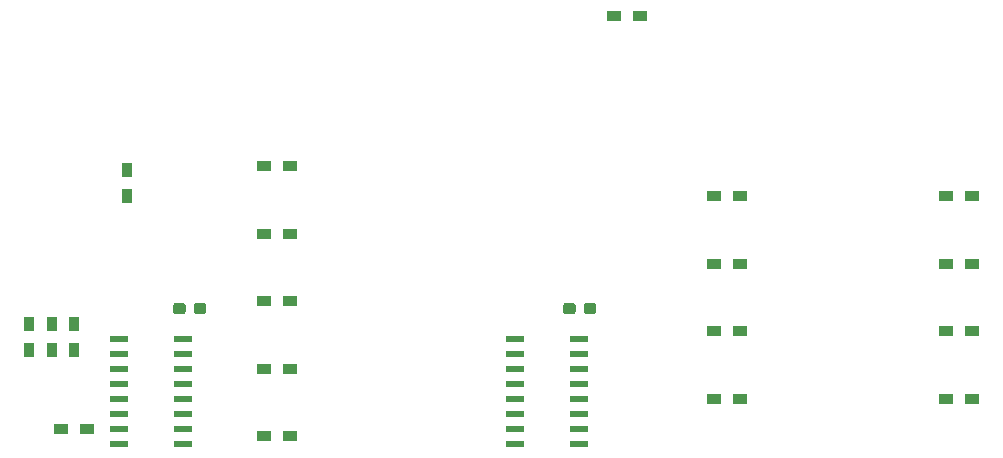
<source format=gbr>
G04 #@! TF.GenerationSoftware,KiCad,Pcbnew,(5.1.4)-1*
G04 #@! TF.CreationDate,2020-09-12T21:11:29+02:00*
G04 #@! TF.ProjectId,SBIO3,5342494f-332e-46b6-9963-61645f706362,rev?*
G04 #@! TF.SameCoordinates,Original*
G04 #@! TF.FileFunction,Paste,Top*
G04 #@! TF.FilePolarity,Positive*
%FSLAX46Y46*%
G04 Gerber Fmt 4.6, Leading zero omitted, Abs format (unit mm)*
G04 Created by KiCad (PCBNEW (5.1.4)-1) date 2020-09-12 21:11:29*
%MOMM*%
%LPD*%
G04 APERTURE LIST*
%ADD10C,0.100000*%
%ADD11C,0.950000*%
%ADD12R,1.500000X0.600000*%
%ADD13R,0.900000X1.200000*%
%ADD14R,1.200000X0.900000*%
G04 APERTURE END LIST*
D10*
G36*
X90720779Y-163356144D02*
G01*
X90743834Y-163359563D01*
X90766443Y-163365227D01*
X90788387Y-163373079D01*
X90809457Y-163383044D01*
X90829448Y-163395026D01*
X90848168Y-163408910D01*
X90865438Y-163424562D01*
X90881090Y-163441832D01*
X90894974Y-163460552D01*
X90906956Y-163480543D01*
X90916921Y-163501613D01*
X90924773Y-163523557D01*
X90930437Y-163546166D01*
X90933856Y-163569221D01*
X90935000Y-163592500D01*
X90935000Y-164067500D01*
X90933856Y-164090779D01*
X90930437Y-164113834D01*
X90924773Y-164136443D01*
X90916921Y-164158387D01*
X90906956Y-164179457D01*
X90894974Y-164199448D01*
X90881090Y-164218168D01*
X90865438Y-164235438D01*
X90848168Y-164251090D01*
X90829448Y-164264974D01*
X90809457Y-164276956D01*
X90788387Y-164286921D01*
X90766443Y-164294773D01*
X90743834Y-164300437D01*
X90720779Y-164303856D01*
X90697500Y-164305000D01*
X90122500Y-164305000D01*
X90099221Y-164303856D01*
X90076166Y-164300437D01*
X90053557Y-164294773D01*
X90031613Y-164286921D01*
X90010543Y-164276956D01*
X89990552Y-164264974D01*
X89971832Y-164251090D01*
X89954562Y-164235438D01*
X89938910Y-164218168D01*
X89925026Y-164199448D01*
X89913044Y-164179457D01*
X89903079Y-164158387D01*
X89895227Y-164136443D01*
X89889563Y-164113834D01*
X89886144Y-164090779D01*
X89885000Y-164067500D01*
X89885000Y-163592500D01*
X89886144Y-163569221D01*
X89889563Y-163546166D01*
X89895227Y-163523557D01*
X89903079Y-163501613D01*
X89913044Y-163480543D01*
X89925026Y-163460552D01*
X89938910Y-163441832D01*
X89954562Y-163424562D01*
X89971832Y-163408910D01*
X89990552Y-163395026D01*
X90010543Y-163383044D01*
X90031613Y-163373079D01*
X90053557Y-163365227D01*
X90076166Y-163359563D01*
X90099221Y-163356144D01*
X90122500Y-163355000D01*
X90697500Y-163355000D01*
X90720779Y-163356144D01*
X90720779Y-163356144D01*
G37*
D11*
X90410000Y-163830000D03*
D10*
G36*
X88970779Y-163356144D02*
G01*
X88993834Y-163359563D01*
X89016443Y-163365227D01*
X89038387Y-163373079D01*
X89059457Y-163383044D01*
X89079448Y-163395026D01*
X89098168Y-163408910D01*
X89115438Y-163424562D01*
X89131090Y-163441832D01*
X89144974Y-163460552D01*
X89156956Y-163480543D01*
X89166921Y-163501613D01*
X89174773Y-163523557D01*
X89180437Y-163546166D01*
X89183856Y-163569221D01*
X89185000Y-163592500D01*
X89185000Y-164067500D01*
X89183856Y-164090779D01*
X89180437Y-164113834D01*
X89174773Y-164136443D01*
X89166921Y-164158387D01*
X89156956Y-164179457D01*
X89144974Y-164199448D01*
X89131090Y-164218168D01*
X89115438Y-164235438D01*
X89098168Y-164251090D01*
X89079448Y-164264974D01*
X89059457Y-164276956D01*
X89038387Y-164286921D01*
X89016443Y-164294773D01*
X88993834Y-164300437D01*
X88970779Y-164303856D01*
X88947500Y-164305000D01*
X88372500Y-164305000D01*
X88349221Y-164303856D01*
X88326166Y-164300437D01*
X88303557Y-164294773D01*
X88281613Y-164286921D01*
X88260543Y-164276956D01*
X88240552Y-164264974D01*
X88221832Y-164251090D01*
X88204562Y-164235438D01*
X88188910Y-164218168D01*
X88175026Y-164199448D01*
X88163044Y-164179457D01*
X88153079Y-164158387D01*
X88145227Y-164136443D01*
X88139563Y-164113834D01*
X88136144Y-164090779D01*
X88135000Y-164067500D01*
X88135000Y-163592500D01*
X88136144Y-163569221D01*
X88139563Y-163546166D01*
X88145227Y-163523557D01*
X88153079Y-163501613D01*
X88163044Y-163480543D01*
X88175026Y-163460552D01*
X88188910Y-163441832D01*
X88204562Y-163424562D01*
X88221832Y-163408910D01*
X88240552Y-163395026D01*
X88260543Y-163383044D01*
X88281613Y-163373079D01*
X88303557Y-163365227D01*
X88326166Y-163359563D01*
X88349221Y-163356144D01*
X88372500Y-163355000D01*
X88947500Y-163355000D01*
X88970779Y-163356144D01*
X88970779Y-163356144D01*
G37*
D11*
X88660000Y-163830000D03*
D10*
G36*
X123740779Y-163356144D02*
G01*
X123763834Y-163359563D01*
X123786443Y-163365227D01*
X123808387Y-163373079D01*
X123829457Y-163383044D01*
X123849448Y-163395026D01*
X123868168Y-163408910D01*
X123885438Y-163424562D01*
X123901090Y-163441832D01*
X123914974Y-163460552D01*
X123926956Y-163480543D01*
X123936921Y-163501613D01*
X123944773Y-163523557D01*
X123950437Y-163546166D01*
X123953856Y-163569221D01*
X123955000Y-163592500D01*
X123955000Y-164067500D01*
X123953856Y-164090779D01*
X123950437Y-164113834D01*
X123944773Y-164136443D01*
X123936921Y-164158387D01*
X123926956Y-164179457D01*
X123914974Y-164199448D01*
X123901090Y-164218168D01*
X123885438Y-164235438D01*
X123868168Y-164251090D01*
X123849448Y-164264974D01*
X123829457Y-164276956D01*
X123808387Y-164286921D01*
X123786443Y-164294773D01*
X123763834Y-164300437D01*
X123740779Y-164303856D01*
X123717500Y-164305000D01*
X123142500Y-164305000D01*
X123119221Y-164303856D01*
X123096166Y-164300437D01*
X123073557Y-164294773D01*
X123051613Y-164286921D01*
X123030543Y-164276956D01*
X123010552Y-164264974D01*
X122991832Y-164251090D01*
X122974562Y-164235438D01*
X122958910Y-164218168D01*
X122945026Y-164199448D01*
X122933044Y-164179457D01*
X122923079Y-164158387D01*
X122915227Y-164136443D01*
X122909563Y-164113834D01*
X122906144Y-164090779D01*
X122905000Y-164067500D01*
X122905000Y-163592500D01*
X122906144Y-163569221D01*
X122909563Y-163546166D01*
X122915227Y-163523557D01*
X122923079Y-163501613D01*
X122933044Y-163480543D01*
X122945026Y-163460552D01*
X122958910Y-163441832D01*
X122974562Y-163424562D01*
X122991832Y-163408910D01*
X123010552Y-163395026D01*
X123030543Y-163383044D01*
X123051613Y-163373079D01*
X123073557Y-163365227D01*
X123096166Y-163359563D01*
X123119221Y-163356144D01*
X123142500Y-163355000D01*
X123717500Y-163355000D01*
X123740779Y-163356144D01*
X123740779Y-163356144D01*
G37*
D11*
X123430000Y-163830000D03*
D10*
G36*
X121990779Y-163356144D02*
G01*
X122013834Y-163359563D01*
X122036443Y-163365227D01*
X122058387Y-163373079D01*
X122079457Y-163383044D01*
X122099448Y-163395026D01*
X122118168Y-163408910D01*
X122135438Y-163424562D01*
X122151090Y-163441832D01*
X122164974Y-163460552D01*
X122176956Y-163480543D01*
X122186921Y-163501613D01*
X122194773Y-163523557D01*
X122200437Y-163546166D01*
X122203856Y-163569221D01*
X122205000Y-163592500D01*
X122205000Y-164067500D01*
X122203856Y-164090779D01*
X122200437Y-164113834D01*
X122194773Y-164136443D01*
X122186921Y-164158387D01*
X122176956Y-164179457D01*
X122164974Y-164199448D01*
X122151090Y-164218168D01*
X122135438Y-164235438D01*
X122118168Y-164251090D01*
X122099448Y-164264974D01*
X122079457Y-164276956D01*
X122058387Y-164286921D01*
X122036443Y-164294773D01*
X122013834Y-164300437D01*
X121990779Y-164303856D01*
X121967500Y-164305000D01*
X121392500Y-164305000D01*
X121369221Y-164303856D01*
X121346166Y-164300437D01*
X121323557Y-164294773D01*
X121301613Y-164286921D01*
X121280543Y-164276956D01*
X121260552Y-164264974D01*
X121241832Y-164251090D01*
X121224562Y-164235438D01*
X121208910Y-164218168D01*
X121195026Y-164199448D01*
X121183044Y-164179457D01*
X121173079Y-164158387D01*
X121165227Y-164136443D01*
X121159563Y-164113834D01*
X121156144Y-164090779D01*
X121155000Y-164067500D01*
X121155000Y-163592500D01*
X121156144Y-163569221D01*
X121159563Y-163546166D01*
X121165227Y-163523557D01*
X121173079Y-163501613D01*
X121183044Y-163480543D01*
X121195026Y-163460552D01*
X121208910Y-163441832D01*
X121224562Y-163424562D01*
X121241832Y-163408910D01*
X121260552Y-163395026D01*
X121280543Y-163383044D01*
X121301613Y-163373079D01*
X121323557Y-163365227D01*
X121346166Y-163359563D01*
X121369221Y-163356144D01*
X121392500Y-163355000D01*
X121967500Y-163355000D01*
X121990779Y-163356144D01*
X121990779Y-163356144D01*
G37*
D11*
X121680000Y-163830000D03*
D12*
X117061000Y-175260000D03*
X117061000Y-173990000D03*
X117061000Y-172720000D03*
X117061000Y-171450000D03*
X117061000Y-170180000D03*
X117061000Y-168910000D03*
X117061000Y-167640000D03*
X117061000Y-166370000D03*
X122461000Y-166370000D03*
X122461000Y-167640000D03*
X122461000Y-168910000D03*
X122461000Y-170180000D03*
X122461000Y-171450000D03*
X122461000Y-172720000D03*
X122461000Y-173990000D03*
X122461000Y-175260000D03*
X88966000Y-175260000D03*
X88966000Y-173990000D03*
X88966000Y-172720000D03*
X88966000Y-171450000D03*
X88966000Y-170180000D03*
X88966000Y-168910000D03*
X88966000Y-167640000D03*
X88966000Y-166370000D03*
X83566000Y-166370000D03*
X83566000Y-167640000D03*
X83566000Y-168910000D03*
X83566000Y-170180000D03*
X83566000Y-171450000D03*
X83566000Y-172720000D03*
X83566000Y-173990000D03*
X83566000Y-175260000D03*
D13*
X77851000Y-167300000D03*
X77851000Y-165100000D03*
D14*
X136101000Y-160020000D03*
X133901000Y-160020000D03*
X80856000Y-173990000D03*
X78656000Y-173990000D03*
X98001000Y-163195000D03*
X95801000Y-163195000D03*
D13*
X75946000Y-165100000D03*
X75946000Y-167300000D03*
X79756000Y-167300000D03*
X79756000Y-165100000D03*
D14*
X95801000Y-174625000D03*
X98001000Y-174625000D03*
X153586000Y-160020000D03*
X155786000Y-160020000D03*
X155786000Y-171450000D03*
X153586000Y-171450000D03*
X155786000Y-154305000D03*
X153586000Y-154305000D03*
D13*
X84201000Y-152105000D03*
X84201000Y-154305000D03*
D14*
X98001000Y-151765000D03*
X95801000Y-151765000D03*
X136101000Y-154305000D03*
X133901000Y-154305000D03*
X95801000Y-168910000D03*
X98001000Y-168910000D03*
X127676000Y-139065000D03*
X125476000Y-139065000D03*
X155786000Y-165735000D03*
X153586000Y-165735000D03*
X133901000Y-165735000D03*
X136101000Y-165735000D03*
X136101000Y-171450000D03*
X133901000Y-171450000D03*
X95801000Y-157480000D03*
X98001000Y-157480000D03*
M02*

</source>
